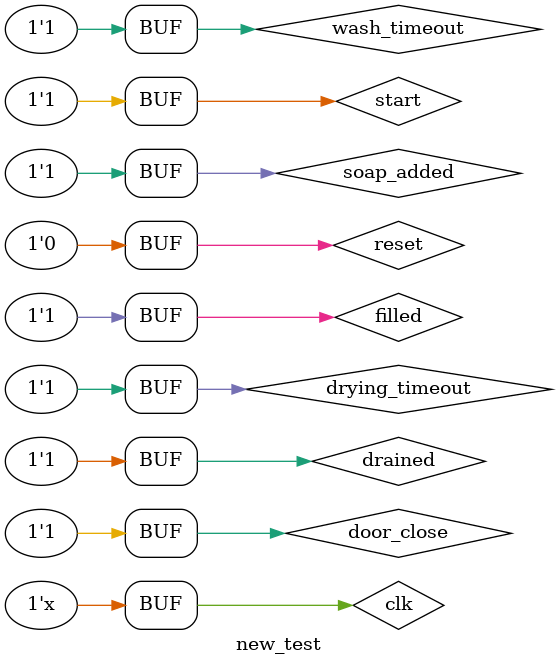
<source format=v>

module new_test();
	reg clk, reset, door_close, start, filled, soap_added, wash_timeout, drained, drying_timeout;
	wire door_lock, motor_on, fill_valve_on, drain_valve_on, done, soap_wash, water_wash; 
	
automatic_washing_machine machine1(clk, reset, door_close, start, filled, soap_added, wash_timeout, drained, drying_timeout, door_lock, motor_on, fill_valve_on, drain_valve_on, done, soap_wash, water_wash);

	initial
		
	begin
	clk = 0;
		reset = 1;
		start = 0;
		door_close = 0;
		filled = 0;
		drained = 0;
		soap_added = 0;
		wash_timeout = 0;
		drying_timeout = 0;
		
		#5 reset=0;
		#5 start=1;door_close=1;
		#10 filled=1;
		#10 soap_added=1;
		#10 wash_timeout=1;
		#10 drained=1;wash_timeout=0;
		#10 drained=0;
		#10 wash_timeout=1;
		#10 drained=1;
		#10 drying_timeout=1;
		
	end
	
	always
	begin
		#5 clk = ~clk;
	end
	
	initial
	begin
		$monitor("Time=%d, Clock=%b, Reset=%b, start=%b, door_close=%b, filled=%b, soap_added=%b, wash_timeout=%b, drained=%b, drying_timeout=%b, door_lock=%b, motor_on=%b, fill_valve_on=%b, drain_valve_on=%b, soap_wash=%b, water_wash=%b, done=%b",$time, clk, reset, start, door_close, filled, soap_added, wash_timeout, drained, drying_timeout, door_lock, motor_on, fill_valve_on, drain_valve_on, soap_wash, water_wash, done);
	end
endmodule
</source>
